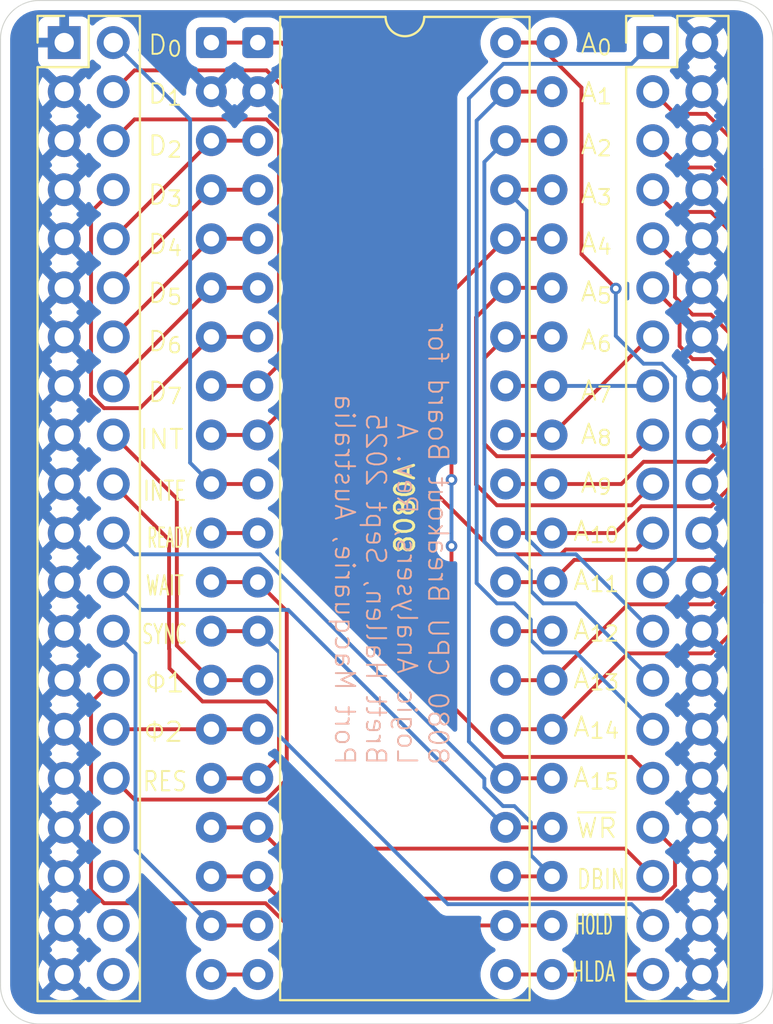
<source format=kicad_pcb>
(kicad_pcb (version 20241229) (generator "pcbnew") (generator_version "9.0")
  (title_block (title "8080 CPU Breakout Board for Logic Analysers") (date "26/SEPT/2025") (rev "A") (company "Brett Hallen") (comment 1 "www.youtube.com/@Brfff"))
  (layers (0 "F.Cu" signal) (2 "B.Cu" signal) (13 "F.Paste" user) (15 "B.Paste" user) (5 "F.SilkS" user "F.Silkscreen") (7 "B.SilkS" user "B.Silkscreen") (1 "F.Mask" user) (3 "B.Mask" user) (25 "Edge.Cuts" user))
  (net 0 "")
  (net 1 "GND")
  (net 2 "~{WR}")
  (net 3 "A_{5}")
  (net 4 "A_{9}")
  (net 5 "A_{1}")
  (net 6 "A_{4}")
  (net 7 "A_{13}")
  (net 8 "A_{0}")
  (net 9 "A_{15}")
  (net 10 "A_{2}")
  (net 11 "A_{6}")
  (net 12 "A_{12}")
  (net 13 "A_{11}")
  (net 14 "A_{3}")
  (net 15 "A_{8}")
  (net 16 "A_{14}")
  (net 17 "A_{7}")
  (net 18 "A_{10}")
  (net 19 "D_{5}")
  (net 20 "D_{0}")
  (net 21 "D_{3}")
  (net 22 "D_{6}")
  (net 23 "D_{2}")
  (net 24 "D_{4}")
  (net 25 "D_{7}")
  (net 26 "D_{1}")
  (net 29 "HLDA")
  (net 30 "DBIN")
  (net 31 "HOLD")
  (net 32 "WAIT")
  (net 33 "Φ2")
  (net 34 "READY")
  (net 35 "INT")
  (net 36 "SYNC")
  (net 37 "Φ1")
  (net 38 "RESET")
  (net 39 "-5V")
  (net 40 "+5V")
  (net 41 "+12V")
  (net 42 "INTE")
  (footprint "Package_DIP:DIP-40_W15.24mm" (layer "F.Cu") (at 74.422 37.68195)
    (property "Reference" "U1" (hide yes))
    (property "Value" "8080A" (at 7.62 24.125 90) (layer "F.SilkS"))
    (fp_line (start 1.16 -1.33) (end 1.16 49.59) (stroke (width 0.12)) (layer "F.SilkS"))
    (fp_line (start 1.16 49.59) (end 14.08 49.59) (stroke (width 0.12)) (layer "F.SilkS"))
    (fp_line (start 6.62 -1.33) (end 1.16 -1.33) (stroke (width 0.12)) (layer "F.SilkS"))
    (fp_line (start 14.08 -1.33) (end 8.62 -1.33) (stroke (width 0.12)) (layer "F.SilkS"))
    (fp_line (start 14.08 49.59) (end 14.08 -1.33) (stroke (width 0.12)) (layer "F.SilkS"))
    (fp_arc (start 8.62 -1.33) (mid 7.62 -0.33) (end 6.62 -1.33) (stroke (width 0.12)) (layer "F.SilkS"))
    (pad "1" thru_hole roundrect (at 0 0) (size 1.6 1.6) (drill 0.8) (layers "*.Cu" "*.Mask") (roundrect_rratio 0.15625) (net 18 "A_{10}"))
    (pad "2" thru_hole circle (at 0 2.54) (size 1.6 1.6) (drill 0.8) (layers "*.Cu" "*.Mask") (net 1 "GND"))
    (pad "3" thru_hole circle (at 0 5.08) (size 1.6 1.6) (drill 0.8) (layers "*.Cu" "*.Mask") (net 24 "D_{4}"))
    (pad "4" thru_hole circle (at 0 7.62) (size 1.6 1.6) (drill 0.8) (layers "*.Cu" "*.Mask") (net 19 "D_{5}"))
    (pad "5" thru_hole circle (at 0 10.16) (size 1.6 1.6) (drill 0.8) (layers "*.Cu" "*.Mask") (net 22 "D_{6}"))
    (pad "6" thru_hole circle (at 0 12.7) (size 1.6 1.6) (drill 0.8) (layers "*.Cu" "*.Mask") (net 25 "D_{7}"))
    (pad "7" thru_hole circle (at 0 15.24) (size 1.6 1.6) (drill 0.8) (layers "*.Cu" "*.Mask") (net 21 "D_{3}"))
    (pad "8" thru_hole circle (at 0 17.78) (size 1.6 1.6) (drill 0.8) (layers "*.Cu" "*.Mask") (net 23 "D_{2}"))
    (pad "9" thru_hole circle (at 0 20.32) (size 1.6 1.6) (drill 0.8) (layers "*.Cu" "*.Mask") (net 26 "D_{1}"))
    (pad "10" thru_hole circle (at 0 22.86) (size 1.6 1.6) (drill 0.8) (layers "*.Cu" "*.Mask") (net 20 "D_{0}"))
    (pad "11" thru_hole circle (at 0 25.4) (size 1.6 1.6) (drill 0.8) (layers "*.Cu" "*.Mask") (net 39 "-5V"))
    (pad "12" thru_hole circle (at 0 27.94) (size 1.6 1.6) (drill 0.8) (layers "*.Cu" "*.Mask") (net 38 "RESET"))
    (pad "13" thru_hole circle (at 0 30.48) (size 1.6 1.6) (drill 0.8) (layers "*.Cu" "*.Mask") (net 31 "HOLD"))
    (pad "14" thru_hole circle (at 0 33.02) (size 1.6 1.6) (drill 0.8) (layers "*.Cu" "*.Mask") (net 35 "INT"))
    (pad "15" thru_hole circle (at 0 35.56) (size 1.6 1.6) (drill 0.8) (layers "*.Cu" "*.Mask") (net 33 "Φ2"))
    (pad "16" thru_hole circle (at 0 38.1) (size 1.6 1.6) (drill 0.8) (layers "*.Cu" "*.Mask") (net 42 "INTE"))
    (pad "17" thru_hole circle (at 0 40.64) (size 1.6 1.6) (drill 0.8) (layers "*.Cu" "*.Mask") (net 30 "DBIN"))
    (pad "18" thru_hole circle (at 0 43.18) (size 1.6 1.6) (drill 0.8) (layers "*.Cu" "*.Mask") (net 2 "~{WR}"))
    (pad "19" thru_hole circle (at 0 45.72) (size 1.6 1.6) (drill 0.8) (layers "*.Cu" "*.Mask") (net 36 "SYNC"))
    (pad "20" thru_hole circle (at 0 48.26) (size 1.6 1.6) (drill 0.8) (layers "*.Cu" "*.Mask") (net 40 "+5V"))
    (pad "21" thru_hole circle (at 15.24 48.26) (size 1.6 1.6) (drill 0.8) (layers "*.Cu" "*.Mask") (net 29 "HLDA"))
    (pad "22" thru_hole circle (at 15.24 45.72) (size 1.6 1.6) (drill 0.8) (layers "*.Cu" "*.Mask") (net 37 "Φ1"))
    (pad "23" thru_hole circle (at 15.24 43.18) (size 1.6 1.6) (drill 0.8) (layers "*.Cu" "*.Mask") (net 34 "READY"))
    (pad "24" thru_hole circle (at 15.24 40.64) (size 1.6 1.6) (drill 0.8) (layers "*.Cu" "*.Mask") (net 32 "WAIT"))
    (pad "25" thru_hole circle (at 15.24 38.1) (size 1.6 1.6) (drill 0.8) (layers "*.Cu" "*.Mask") (net 8 "A_{0}"))
    (pad "26" thru_hole circle (at 15.24 35.56) (size 1.6 1.6) (drill 0.8) (layers "*.Cu" "*.Mask") (net 5 "A_{1}"))
    (pad "27" thru_hole circle (at 15.24 33.02) (size 1.6 1.6) (drill 0.8) (layers "*.Cu" "*.Mask") (net 10 "A_{2}"))
    (pad "28" thru_hole circle (at 15.24 30.48) (size 1.6 1.6) (drill 0.8) (layers "*.Cu" "*.Mask") (net 41 "+12V"))
    (pad "29" thru_hole circle (at 15.24 27.94) (size 1.6 1.6) (drill 0.8) (layers "*.Cu" "*.Mask") (net 14 "A_{3}"))
    (pad "30" thru_hole circle (at 15.24 25.4) (size 1.6 1.6) (drill 0.8) (layers "*.Cu" "*.Mask") (net 6 "A_{4}"))
    (pad "31" thru_hole circle (at 15.24 22.86) (size 1.6 1.6) (drill 0.8) (layers "*.Cu" "*.Mask") (net 3 "A_{5}"))
    (pad "32" thru_hole circle (at 15.24 20.32) (size 1.6 1.6) (drill 0.8) (layers "*.Cu" "*.Mask") (net 11 "A_{6}"))
    (pad "33" thru_hole circle (at 15.24 17.78) (size 1.6 1.6) (drill 0.8) (layers "*.Cu" "*.Mask") (net 17 "A_{7}"))
    (pad "34" thru_hole circle (at 15.24 15.24) (size 1.6 1.6) (drill 0.8) (layers "*.Cu" "*.Mask") (net 15 "A_{8}"))
    (pad "35" thru_hole circle (at 15.24 12.7) (size 1.6 1.6) (drill 0.8) (layers "*.Cu" "*.Mask") (net 4 "A_{9}"))
    (pad "36" thru_hole circle (at 15.24 10.16) (size 1.6 1.6) (drill 0.8) (layers "*.Cu" "*.Mask") (net 9 "A_{15}"))
    (pad "37" thru_hole circle (at 15.24 7.62) (size 1.6 1.6) (drill 0.8) (layers "*.Cu" "*.Mask") (net 12 "A_{12}"))
    (pad "38" thru_hole circle (at 15.24 5.08) (size 1.6 1.6) (drill 0.8) (layers "*.Cu" "*.Mask") (net 7 "A_{13}"))
    (pad "39" thru_hole circle (at 15.24 2.54) (size 1.6 1.6) (drill 0.8) (layers "*.Cu" "*.Mask") (net 16 "A_{14}"))
    (pad "40" thru_hole circle (at 15.24 0) (size 1.6 1.6) (drill 0.8) (layers "*.Cu" "*.Mask") (net 13 "A_{11}"))
  )
  (footprint "Package_DIP:DIP-40_W15.24mm" (layer "F.Cu") (at 72.019 37.68195)
    (property "Reference" "J2" (hide yes))
    (property "Value" "Z80 Socket" (hide yes))
    (pad "1" thru_hole roundrect (at 0 0) (size 1.6 1.6) (drill 0.8) (layers "*.Cu" "*.Mask") (roundrect_rratio 0.15625) (net 18 "A_{10}"))
    (pad "2" thru_hole circle (at 0 2.54) (size 1.6 1.6) (drill 0.8) (layers "*.Cu" "*.Mask") (net 1 "GND"))
    (pad "3" thru_hole circle (at 0 5.08) (size 1.6 1.6) (drill 0.8) (layers "*.Cu" "*.Mask") (net 24 "D_{4}"))
    (pad "4" thru_hole circle (at 0 7.62) (size 1.6 1.6) (drill 0.8) (layers "*.Cu" "*.Mask") (net 19 "D_{5}"))
    (pad "5" thru_hole circle (at 0 10.16) (size 1.6 1.6) (drill 0.8) (layers "*.Cu" "*.Mask") (net 22 "D_{6}"))
    (pad "6" thru_hole circle (at 0 12.7) (size 1.6 1.6) (drill 0.8) (layers "*.Cu" "*.Mask") (net 25 "D_{7}"))
    (pad "7" thru_hole circle (at 0 15.24) (size 1.6 1.6) (drill 0.8) (layers "*.Cu" "*.Mask") (net 21 "D_{3}"))
    (pad "8" thru_hole circle (at 0 17.78) (size 1.6 1.6) (drill 0.8) (layers "*.Cu" "*.Mask") (net 23 "D_{2}"))
    (pad "9" thru_hole circle (at 0 20.32) (size 1.6 1.6) (drill 0.8) (layers "*.Cu" "*.Mask") (net 26 "D_{1}"))
    (pad "10" thru_hole circle (at 0 22.86) (size 1.6 1.6) (drill 0.8) (layers "*.Cu" "*.Mask") (net 20 "D_{0}"))
    (pad "11" thru_hole circle (at 0 25.4) (size 1.6 1.6) (drill 0.8) (layers "*.Cu" "*.Mask") (net 39 "-5V"))
    (pad "12" thru_hole circle (at 0 27.94) (size 1.6 1.6) (drill 0.8) (layers "*.Cu" "*.Mask") (net 38 "RESET"))
    (pad "13" thru_hole circle (at 0 30.48) (size 1.6 1.6) (drill 0.8) (layers "*.Cu" "*.Mask") (net 31 "HOLD"))
    (pad "14" thru_hole circle (at 0 33.02) (size 1.6 1.6) (drill 0.8) (layers "*.Cu" "*.Mask") (net 35 "INT"))
    (pad "15" thru_hole circle (at 0 35.56) (size 1.6 1.6) (drill 0.8) (layers "*.Cu" "*.Mask") (net 33 "Φ2"))
    (pad "16" thru_hole circle (at 0 38.1) (size 1.6 1.6) (drill 0.8) (layers "*.Cu" "*.Mask") (net 42 "INTE"))
    (pad "17" thru_hole circle (at 0 40.64) (size 1.6 1.6) (drill 0.8) (layers "*.Cu" "*.Mask") (net 30 "DBIN"))
    (pad "18" thru_hole circle (at 0 43.18) (size 1.6 1.6) (drill 0.8) (layers "*.Cu" "*.Mask") (net 2 "~{WR}"))
    (pad "19" thru_hole circle (at 0 45.72) (size 1.6 1.6) (drill 0.8) (layers "*.Cu" "*.Mask") (net 36 "SYNC"))
    (pad "20" thru_hole circle (at 0 48.26) (size 1.6 1.6) (drill 0.8) (layers "*.Cu" "*.Mask") (net 40 "+5V"))
    (pad "21" thru_hole circle (at 15.24 48.26) (size 1.6 1.6) (drill 0.8) (layers "*.Cu" "*.Mask") (net 29 "HLDA"))
    (pad "22" thru_hole circle (at 15.24 45.72) (size 1.6 1.6) (drill 0.8) (layers "*.Cu" "*.Mask") (net 37 "Φ1"))
    (pad "23" thru_hole circle (at 15.24 43.18) (size 1.6 1.6) (drill 0.8) (layers "*.Cu" "*.Mask") (net 34 "READY"))
    (pad "24" thru_hole circle (at 15.24 40.64) (size 1.6 1.6) (drill 0.8) (layers "*.Cu" "*.Mask") (net 32 "WAIT"))
    (pad "25" thru_hole circle (at 15.24 38.1) (size 1.6 1.6) (drill 0.8) (layers "*.Cu" "*.Mask") (net 8 "A_{0}"))
    (pad "26" thru_hole circle (at 15.24 35.56) (size 1.6 1.6) (drill 0.8) (layers "*.Cu" "*.Mask") (net 5 "A_{1}"))
    (pad "27" thru_hole circle (at 15.24 33.02) (size 1.6 1.6) (drill 0.8) (layers "*.Cu" "*.Mask") (net 10 "A_{2}"))
    (pad "28" thru_hole circle (at 15.24 30.48) (size 1.6 1.6) (drill 0.8) (layers "*.Cu" "*.Mask") (net 41 "+12V"))
    (pad "29" thru_hole circle (at 15.24 27.94) (size 1.6 1.6) (drill 0.8) (layers "*.Cu" "*.Mask") (net 14 "A_{3}"))
    (pad "30" thru_hole circle (at 15.24 25.4) (size 1.6 1.6) (drill 0.8) (layers "*.Cu" "*.Mask") (net 6 "A_{4}"))
    (pad "31" thru_hole circle (at 15.24 22.86) (size 1.6 1.6) (drill 0.8) (layers "*.Cu" "*.Mask") (net 3 "A_{5}"))
    (pad "32" thru_hole circle (at 15.24 20.32) (size 1.6 1.6) (drill 0.8) (layers "*.Cu" "*.Mask") (net 11 "A_{6}"))
    (pad "33" thru_hole circle (at 15.24 17.78) (size 1.6 1.6) (drill 0.8) (layers "*.Cu" "*.Mask") (net 17 "A_{7}"))
    (pad "34" thru_hole circle (at 15.24 15.24) (size 1.6 1.6) (drill 0.8) (layers "*.Cu" "*.Mask") (net 15 "A_{8}"))
    (pad "35" thru_hole circle (at 15.24 12.7) (size 1.6 1.6) (drill 0.8) (layers "*.Cu" "*.Mask") (net 4 "A_{9}"))
    (pad "36" thru_hole circle (at 15.24 10.16) (size 1.6 1.6) (drill 0.8) (layers "*.Cu" "*.Mask") (net 9 "A_{15}"))
    (pad "37" thru_hole circle (at 15.24 7.62) (size 1.6 1.6) (drill 0.8) (layers "*.Cu" "*.Mask") (net 12 "A_{12}"))
    (pad "38" thru_hole circle (at 15.24 5.08) (size 1.6 1.6) (drill 0.8) (layers "*.Cu" "*.Mask") (net 7 "A_{13}"))
    (pad "39" thru_hole circle (at 15.24 2.54) (size 1.6 1.6) (drill 0.8) (layers "*.Cu" "*.Mask") (net 16 "A_{14}"))
    (pad "40" thru_hole circle (at 15.24 0) (size 1.6 1.6) (drill 0.8) (layers "*.Cu" "*.Mask") (net 13 "A_{11}"))
  )
  (footprint "Connector_PinHeader_2.54mm:PinHeader_2x20_P2.54mm_Vertical" (layer "F.Cu") (at 64.399 37.68195)
    (property "Reference" "J3" (hide yes))
    (property "Value" "Logic Analyser #2" (hide yes))
    (fp_line (start -1.38 -1.38) (end 0 -1.38) (stroke (width 0.12)) (layer "F.SilkS"))
    (fp_line (start -1.38 0) (end -1.38 -1.38) (stroke (width 0.12)) (layer "F.SilkS"))
    (fp_line (start -1.38 1.27) (end -1.38 49.64) (stroke (width 0.12)) (layer "F.SilkS"))
    (fp_line (start -1.38 1.27) (end 1.27 1.27) (stroke (width 0.12)) (layer "F.SilkS"))
    (fp_line (start -1.38 49.64) (end 3.92 49.64) (stroke (width 0.12)) (layer "F.SilkS"))
    (fp_line (start 1.27 -1.38) (end 3.92 -1.38) (stroke (width 0.12)) (layer "F.SilkS"))
    (fp_line (start 1.27 1.27) (end 1.27 -1.38) (stroke (width 0.12)) (layer "F.SilkS"))
    (fp_line (start 3.92 -1.38) (end 3.92 49.64) (stroke (width 0.12)) (layer "F.SilkS"))
    (pad "1" thru_hole rect (at 0 0) (size 1.7 1.7) (drill 1) (layers "*.Cu" "*.Mask") (net 1 "GND"))
    (pad "2" thru_hole circle (at 2.54 0) (size 1.7 1.7) (drill 1) (layers "*.Cu" "*.Mask") (net 20 "D_{0}"))
    (pad "3" thru_hole circle (at 0 2.54) (size 1.7 1.7) (drill 1) (layers "*.Cu" "*.Mask") (net 1 "GND"))
    (pad "4" thru_hole circle (at 2.54 2.54) (size 1.7 1.7) (drill 1) (layers "*.Cu" "*.Mask") (net 26 "D_{1}"))
    (pad "5" thru_hole circle (at 0 5.08) (size 1.7 1.7) (drill 1) (layers "*.Cu" "*.Mask") (net 1 "GND"))
    (pad "6" thru_hole circle (at 2.54 5.08) (size 1.7 1.7) (drill 1) (layers "*.Cu" "*.Mask") (net 23 "D_{2}"))
    (pad "7" thru_hole circle (at 0 7.62) (size 1.7 1.7) (drill 1) (layers "*.Cu" "*.Mask") (net 1 "GND"))
    (pad "8" thru_hole circle (at 2.54 7.62) (size 1.7 1.7) (drill 1) (layers "*.Cu" "*.Mask") (net 21 "D_{3}"))
    (pad "9" thru_hole circle (at 0 10.16) (size 1.7 1.7) (drill 1) (layers "*.Cu" "*.Mask") (net 1 "GND"))
    (pad "10" thru_hole circle (at 2.54 10.16) (size 1.7 1.7) (drill 1) (layers "*.Cu" "*.Mask") (net 24 "D_{4}"))
    (pad "11" thru_hole circle (at 0 12.7) (size 1.7 1.7) (drill 1) (layers "*.Cu" "*.Mask") (net 1 "GND"))
    (pad "12" thru_hole circle (at 2.54 12.7) (size 1.7 1.7) (drill 1) (layers "*.Cu" "*.Mask") (net 19 "D_{5}"))
    (pad "13" thru_hole circle (at 0 15.24) (size 1.7 1.7) (drill 1) (layers "*.Cu" "*.Mask") (net 1 "GND"))
    (pad "14" thru_hole circle (at 2.54 15.24) (size 1.7 1.7) (drill 1) (layers "*.Cu" "*.Mask") (net 22 "D_{6}"))
    (pad "15" thru_hole circle (at 0 17.78) (size 1.7 1.7) (drill 1) (layers "*.Cu" "*.Mask") (net 1 "GND"))
    (pad "16" thru_hole circle (at 2.54 17.78) (size 1.7 1.7) (drill 1) (layers "*.Cu" "*.Mask") (net 25 "D_{7}"))
    (pad "17" thru_hole circle (at 0 20.32) (size 1.7 1.7) (drill 1) (layers "*.Cu" "*.Mask") (net 1 "GND"))
    (pad "18" thru_hole circle (at 2.54 20.32) (size 1.7 1.7) (drill 1) (layers "*.Cu" "*.Mask") (net 35 "INT"))
    (pad "19" thru_hole circle (at 0 22.86) (size 1.7 1.7) (drill 1) (layers "*.Cu" "*.Mask") (net 1 "GND"))
    (pad "20" thru_hole circle (at 2.54 22.86) (size 1.7 1.7) (drill 1) (layers "*.Cu" "*.Mask") (net 42 "INTE"))
    (pad "21" thru_hole circle (at 0 25.4) (size 1.7 1.7) (drill 1) (layers "*.Cu" "*.Mask") (net 1 "GND"))
    (pad "22" thru_hole circle (at 2.54 25.4) (size 1.7 1.7) (drill 1) (layers "*.Cu" "*.Mask") (net 34 "READY"))
    (pad "23" thru_hole circle (at 0 27.94) (size 1.7 1.7) (drill 1) (layers "*.Cu" "*.Mask") (net 1 "GND"))
    (pad "24" thru_hole circle (at 2.54 27.94) (size 1.7 1.7) (drill 1) (layers "*.Cu" "*.Mask") (net 32 "WAIT"))
    (pad "25" thru_hole circle (at 0 30.48) (size 1.7 1.7) (drill 1) (layers "*.Cu" "*.Mask") (net 1 "GND"))
    (pad "26" thru_hole circle (at 2.54 30.48) (size 1.7 1.7) (drill 1) (layers "*.Cu" "*.Mask") (net 36 "SYNC"))
    (pad "27" thru_hole circle (at 0 33.02) (size 1.7 1.7) (drill 1) (layers "*.Cu" "*.Mask") (net 1 "GND"))
    (pad "28" thru_hole circle (at 2.54 33.02) (size 1.7 1.7) (drill 1) (layers "*.Cu" "*.Mask") (net 37 "Φ1"))
    (pad "29" thru_hole circle (at 0 35.56) (size 1.7 1.7) (drill 1) (layers "*.Cu" "*.Mask") (net 1 "GND"))
    (pad "30" thru_hole circle (at 2.54 35.56) (size 1.7 1.7) (drill 1) (layers "*.Cu" "*.Mask") (net 33 "Φ2"))
    (pad "31" thru_hole circle (at 0 38.1) (size 1.7 1.7) (drill 1) (layers "*.Cu" "*.Mask") (net 1 "GND"))
    (pad "32" thru_hole circle (at 2.54 38.1) (size 1.7 1.7) (drill 1) (layers "*.Cu" "*.Mask") (net 38 "RESET"))
    (pad "33" thru_hole circle (at 0 40.64) (size 1.7 1.7) (drill 1) (layers "*.Cu" "*.Mask") (net 1 "GND"))
    (pad "34" thru_hole circle (at 2.54 40.64) (size 1.7 1.7) (drill 1) (layers "*.Cu" "*.Mask"))
    (pad "35" thru_hole circle (at 0 43.18) (size 1.7 1.7) (drill 1) (layers "*.Cu" "*.Mask") (net 1 "GND"))
    (pad "36" thru_hole circle (at 2.54 43.18) (size 1.7 1.7) (drill 1) (layers "*.Cu" "*.Mask"))
    (pad "37" thru_hole circle (at 0 45.72) (size 1.7 1.7) (drill 1) (layers "*.Cu" "*.Mask") (net 1 "GND"))
    (pad "38" thru_hole circle (at 2.54 45.72) (size 1.7 1.7) (drill 1) (layers "*.Cu" "*.Mask"))
    (pad "39" thru_hole circle (at 0 48.26) (size 1.7 1.7) (drill 1) (layers "*.Cu" "*.Mask") (net 1 "GND"))
    (pad "40" thru_hole circle (at 2.54 48.26) (size 1.7 1.7) (drill 1) (layers "*.Cu" "*.Mask"))
  )
  (footprint "Connector_PinHeader_2.54mm:PinHeader_2x20_P2.54mm_Vertical" (layer "F.Cu") (at 94.879 37.68195)
    (property "Reference" "J1" (hide yes))
    (property "Value" "Logic Analyser #1" (hide yes))
    (fp_line (start -1.38 -1.38) (end 0 -1.38) (stroke (width 0.12)) (layer "F.SilkS"))
    (fp_line (start -1.38 0) (end -1.38 -1.38) (stroke (width 0.12)) (layer "F.SilkS"))
    (fp_line (start -1.38 1.27) (end -1.38 49.64) (stroke (width 0.12)) (layer "F.SilkS"))
    (fp_line (start -1.38 1.27) (end 1.27 1.27) (stroke (width 0.12)) (layer "F.SilkS"))
    (fp_line (start -1.38 49.64) (end 3.92 49.64) (stroke (width 0.12)) (layer "F.SilkS"))
    (fp_line (start 1.27 -1.38) (end 3.92 -1.38) (stroke (width 0.12)) (layer "F.SilkS"))
    (fp_line (start 1.27 1.27) (end 1.27 -1.38) (stroke (width 0.12)) (layer "F.SilkS"))
    (fp_line (start 3.92 -1.38) (end 3.92 49.64) (stroke (width 0.12)) (layer "F.SilkS"))
    (pad "1" thru_hole rect (at 0 0) (size 1.7 1.7) (drill 1) (layers "*.Cu" "*.Mask") (net 8 "A_{0}"))
    (pad "2" thru_hole circle (at 2.54 0) (size 1.7 1.7) (drill 1) (layers "*.Cu" "*.Mask") (net 1 "GND"))
    (pad "3" thru_hole circle (at 0 2.54) (size 1.7 1.7) (drill 1) (layers "*.Cu" "*.Mask") (net 5 "A_{1}"))
    (pad "4" thru_hole circle (at 2.54 2.54) (size 1.7 1.7) (drill 1) (layers "*.Cu" "*.Mask") (net 1 "GND"))
    (pad "5" thru_hole circle (at 0 5.08) (size 1.7 1.7) (drill 1) (layers "*.Cu" "*.Mask") (net 10 "A_{2}"))
    (pad "6" thru_hole circle (at 2.54 5.08) (size 1.7 1.7) (drill 1) (layers "*.Cu" "*.Mask") (net 1 "GND"))
    (pad "7" thru_hole circle (at 0 7.62) (size 1.7 1.7) (drill 1) (layers "*.Cu" "*.Mask") (net 14 "A_{3}"))
    (pad "8" thru_hole circle (at 2.54 7.62) (size 1.7 1.7) (drill 1) (layers "*.Cu" "*.Mask") (net 1 "GND"))
    (pad "9" thru_hole circle (at 0 10.16) (size 1.7 1.7) (drill 1) (layers "*.Cu" "*.Mask") (net 6 "A_{4}"))
    (pad "10" thru_hole circle (at 2.54 10.16) (size 1.7 1.7) (drill 1) (layers "*.Cu" "*.Mask") (net 1 "GND"))
    (pad "11" thru_hole circle (at 0 12.7) (size 1.7 1.7) (drill 1) (layers "*.Cu" "*.Mask") (net 3 "A_{5}"))
    (pad "12" thru_hole circle (at 2.54 12.7) (size 1.7 1.7) (drill 1) (layers "*.Cu" "*.Mask") (net 1 "GND"))
    (pad "13" thru_hole circle (at 0 15.24) (size 1.7 1.7) (drill 1) (layers "*.Cu" "*.Mask") (net 11 "A_{6}"))
    (pad "14" thru_hole circle (at 2.54 15.24) (size 1.7 1.7) (drill 1) (layers "*.Cu" "*.Mask") (net 1 "GND"))
    (pad "15" thru_hole circle (at 0 17.78) (size 1.7 1.7) (drill 1) (layers "*.Cu" "*.Mask") (net 17 "A_{7}"))
    (pad "16" thru_hole circle (at 2.54 17.78) (size 1.7 1.7) (drill 1) (layers "*.Cu" "*.Mask") (net 1 "GND"))
    (pad "17" thru_hole circle (at 0 20.32) (size 1.7 1.7) (drill 1) (layers "*.Cu" "*.Mask") (net 15 "A_{8}"))
    (pad "18" thru_hole circle (at 2.54 20.32) (size 1.7 1.7) (drill 1) (layers "*.Cu" "*.Mask") (net 1 "GND"))
    (pad "19" thru_hole circle (at 0 22.86) (size 1.7 1.7) (drill 1) (layers "*.Cu" "*.Mask") (net 4 "A_{9}"))
    (pad "20" thru_hole circle (at 2.54 22.86) (size 1.7 1.7) (drill 1) (layers "*.Cu" "*.Mask") (net 1 "GND"))
    (pad "21" thru_hole circle (at 0 25.4) (size 1.7 1.7) (drill 1) (layers "*.Cu" "*.Mask") (net 18 "A_{10}"))
    (pad "22" thru_hole circle (at 2.54 25.4) (size 1.7 1.7) (drill 1) (layers "*.Cu" "*.Mask") (net 1 "GND"))
    (pad "23" thru_hole circle (at 0 27.94) (size 1.7 1.7) (drill 1) (layers "*.Cu" "*.Mask") (net 13 "A_{11}"))
    (pad "24" thru_hole circle (at 2.54 27.94) (size 1.7 1.7) (drill 1) (layers "*.Cu" "*.Mask") (net 1 "GND"))
    (pad "25" thru_hole circle (at 0 30.48) (size 1.7 1.7) (drill 1) (layers "*.Cu" "*.Mask") (net 12 "A_{12}"))
    (pad "26" thru_hole circle (at 2.54 30.48) (size 1.7 1.7) (drill 1) (layers "*.Cu" "*.Mask") (net 1 "GND"))
    (pad "27" thru_hole circle (at 0 33.02) (size 1.7 1.7) (drill 1) (layers "*.Cu" "*.Mask") (net 7 "A_{13}"))
    (pad "28" thru_hole circle (at 2.54 33.02) (size 1.7 1.7) (drill 1) (layers "*.Cu" "*.Mask") (net 1 "GND"))
    (pad "29" thru_hole circle (at 0 35.56) (size 1.7 1.7) (drill 1) (layers "*.Cu" "*.Mask") (net 16 "A_{14}"))
    (pad "30" thru_hole circle (at 2.54 35.56) (size 1.7 1.7) (drill 1) (layers "*.Cu" "*.Mask") (net 1 "GND"))
    (pad "31" thru_hole circle (at 0 38.1) (size 1.7 1.7) (drill 1) (layers "*.Cu" "*.Mask") (net 9 "A_{15}"))
    (pad "32" thru_hole circle (at 2.54 38.1) (size 1.7 1.7) (drill 1) (layers "*.Cu" "*.Mask") (net 1 "GND"))
    (pad "33" thru_hole circle (at 0 40.64) (size 1.7 1.7) (drill 1) (layers "*.Cu" "*.Mask") (net 2 "~{WR}"))
    (pad "34" thru_hole circle (at 2.54 40.64) (size 1.7 1.7) (drill 1) (layers "*.Cu" "*.Mask") (net 1 "GND"))
    (pad "35" thru_hole circle (at 0 43.18) (size 1.7 1.7) (drill 1) (layers "*.Cu" "*.Mask") (net 30 "DBIN"))
    (pad "36" thru_hole circle (at 2.54 43.18) (size 1.7 1.7) (drill 1) (layers "*.Cu" "*.Mask") (net 1 "GND"))
    (pad "37" thru_hole circle (at 0 45.72) (size 1.7 1.7) (drill 1) (layers "*.Cu" "*.Mask") (net 31 "HOLD"))
    (pad "38" thru_hole circle (at 2.54 45.72) (size 1.7 1.7) (drill 1) (layers "*.Cu" "*.Mask") (net 1 "GND"))
    (pad "39" thru_hole circle (at 0 48.26) (size 1.7 1.7) (drill 1) (layers "*.Cu" "*.Mask") (net 29 "HLDA"))
    (pad "40" thru_hole circle (at 2.54 48.26) (size 1.7 1.7) (drill 1) (layers "*.Cu" "*.Mask") (net 1 "GND"))
  )
  (gr_line (start 63.099 35.50195) (end 99.099 35.50195) (stroke (width 0.05)) (layer "Edge.Cuts"))
  (gr_arc (start 99.099 35.50195) (mid 100.513214 36.087736) (end 101.099 37.50195) (stroke (width 0.05)) (layer "Edge.Cuts"))
  (gr_arc (start 63.099 88.50195) (mid 61.684786 87.916164) (end 61.099 86.50195) (stroke (width 0.05)) (layer "Edge.Cuts"))
  (gr_line (start 101.099 37.50195) (end 101.099 86.50195) (stroke (width 0.05)) (layer "Edge.Cuts"))
  (gr_arc (start 61.099 37.50195) (mid 61.684786 36.087736) (end 63.099 35.50195) (stroke (width 0.05)) (layer "Edge.Cuts"))
  (gr_arc (start 101.099 86.50195) (mid 100.513214 87.916164) (end 99.099 88.50195) (stroke (width 0.05)) (layer "Edge.Cuts"))
  (gr_line (start 99.099 88.50195) (end 63.099 88.50195) (stroke (width 0.05)) (layer "Edge.Cuts"))
  (gr_line (start 61.099 86.50195) (end 61.099 37.50195) (stroke (width 0.05)) (layer "Edge.Cuts"))
  (gr_text "D_{1}" (at 68.670905 40.92195 0) (layer "F.SilkS") (effects (font (size 1 1) (thickness 0.1)) (justify left bottom)))
  (gr_text "A_{2}" (at 91.070904 43.54195 0) (layer "F.SilkS") (effects (font (size 1 1) (thickness 0.1)) (justify left bottom)))
  (gr_text "A_{15}" (at 90.689952 76.33195 0) (layer "F.SilkS") (effects (font (size 1 1) (thickness 0.1)) (justify left bottom)))
  (gr_text "INT" (at 68.238524 58.81195 0) (layer "F.SilkS") (effects (font (size 1 1) (thickness 0.1)) (justify left bottom)))
  (gr_text "Φ1" (at 68.560429 71.41195 0) (layer "F.SilkS") (effects (font (size 1 1) (thickness 0.1)) (justify left bottom)))
  (gr_text "~{WR}" (at 90.829 78.95195 0) (layer "F.SilkS") (effects (font (size 1 1) (thickness 0.1)) (justify left bottom)))
  (gr_text "A_{12}" (at 90.689952 68.67195 0) (layer "F.SilkS") (effects (font (size 1 1) (thickness 0.1)) (justify left bottom)))
  (gr_text "D_{4}" (at 68.670905 48.71195 0) (layer "F.SilkS") (effects (font (size 1 1) (thickness 0.1)) (justify left bottom)))
  (gr_text "A_{9}" (at 91.070904 61.075293 0) (layer "F.SilkS") (effects (font (size 1 1) (thickness 0.1)) (justify left bottom)))
  (gr_text "A_{5}" (at 91.070904 51.17195 0) (layer "F.SilkS") (effects (font (size 1 1) (thickness 0.1)) (justify left bottom)))
  (gr_text "A_{7}" (at 91.070904 56.30195 0) (layer "F.SilkS") (effects (font (size 1 1) (thickness 0.1)) (justify left bottom)))
  (gr_text "A_{10}" (at 90.689952 63.57195 0) (layer "F.SilkS") (effects (font (size 1 1) (thickness 0.1)) (justify left bottom)))
  (gr_text "D_{7}" (at 68.670905 56.37195 0) (layer "F.SilkS") (effects (font (size 1 1) (thickness 0.1)) (justify left bottom)))
  (gr_text "A_{8}" (at 91.070904 58.545293 0) (layer "F.SilkS") (effects (font (size 1 1) (thickness 0.1)) (justify left bottom)))
  (gr_text "D_{0}" (at 68.670905 38.39195 0) (layer "F.SilkS") (effects (font (size 1 1) (thickness 0.1)) (justify left bottom)))
  (gr_text "A_{14}" (at 90.689952 73.70195 0) (layer "F.SilkS") (effects (font (size 1 1) (thickness 0.1)) (justify left bottom)))
  (gr_text "A_{0}" (at 91.070904 38.32195 0) (layer "F.SilkS") (effects (font (size 1 1) (thickness 0.1)) (justify left bottom)))
  (gr_text "RES" (at 68.409 76.53195 0) (layer "F.SilkS") (effects (font (size 1 0.8) (thickness 0.1)) (justify left bottom)))
  (gr_text "A_{6}" (at 91.070904 53.67195 0) (layer "F.SilkS") (effects (font (size 1 1) (thickness 0.1)) (justify left bottom)))
  (gr_text "A_{13}" (at 90.689952 71.20195 0) (layer "F.SilkS") (effects (font (size 1 1) (thickness 0.1)) (justify left bottom)))
  (gr_text "D_{6}" (at 68.670905 53.74195 0) (layer "F.SilkS") (effects (font (size 1 1) (thickness 0.1)) (justify left bottom)))
  (gr_text "Φ2" (at 68.489 73.97195 0) (layer "F.SilkS") (effects (font (size 1 1) (thickness 0.1)) (justify left bottom)))
  (gr_text "HLDA" (at 90.631857 86.39195 0) (layer "F.SilkS") (effects (font (size 1 0.6) (thickness 0.1)) (justify left bottom)))
  (gr_text "INTE" (at 68.429 61.49195 0) (layer "F.SilkS") (effects (font (size 1 0.7) (thickness 0.1)) (justify left bottom)))
  (gr_text "D_{5}" (at 68.670905 51.24195 0) (layer "F.SilkS") (effects (font (size 1 1) (thickness 0.1)) (justify left bottom)))
  (gr_text "D_{3}" (at 68.670905 46.15195 0) (layer "F.SilkS") (effects (font (size 1 1) (thickness 0.1)) (justify left bottom)))
  (gr_text "SYNC" (at 68.374714 68.91195 0) (layer "F.SilkS") (effects (font (size 1 0.6) (thickness 0.1)) (justify left bottom)))
  (gr_text "DBIN" (at 90.900428 81.60195 0) (layer "F.SilkS") (effects (font (size 1 0.7) (thickness 0.1)) (justify left bottom)))
  (gr_text "A_{11}" (at 90.689952 66.11195 0) (layer "F.SilkS") (effects (font (size 1 1) (thickness 0.1)) (justify left bottom)))
  (gr_text "HOLD" (at 90.789 83.95195 0) (layer "F.SilkS") (effects (font (size 1 0.5) (thickness 0.1)) (justify left bottom)))
  (gr_text "WAIT" (at 68.571857 66.39195 0) (layer "F.SilkS") (effects (font (size 1 0.6) (thickness 0.1)) (justify left bottom)))
  (gr_text "READY" (at 68.643286 63.92195 0) (layer "F.SilkS") (effects (font (size 1 0.5) (thickness 0.1)) (justify left bottom)))
  (gr_text "A_{1}" (at 91.070904 40.85195 0) (layer "F.SilkS") (effects (font (size 1 1) (thickness 0.1)) (justify left bottom)))
  (gr_text "A_{4}" (at 91.070904 48.64195 0) (layer "F.SilkS") (effects (font (size 1 1) (thickness 0.1)) (justify left bottom)))
  (gr_text "A_{3}" (at 91.070904 46.08195 0) (layer "F.SilkS") (effects (font (size 1 1) (thickness 0.1)) (justify left bottom)))
  (gr_text "D_{2}" (at 68.670905 43.61195 0) (layer "F.SilkS") (effects (font (size 1 1) (thickness 0.1)) (justify left bottom)))
  (gr_text "8080 CPU Breakout Board for\nLogic Analysers, Rev. A\nBrett Hallen, Sept 2025\nPort Macquarie, Australia" (at 78.339 75.16195 270) (layer "B.SilkS") (effects (font (size 1 1) (thickness 0.1)) (justify left bottom mirror)))
  (segment (start 96.03 79.47295) (end 94.879 78.32195) (width 0.2) (layer "F.Cu") (net 2))
  (segment (start 75.573 82.01295) (end 95.35576 82.01295) (width 0.2) (layer "F.Cu") (net 2))
  (segment (start 96.03 81.33871) (end 96.03 79.47295) (width 0.2) (layer "F.Cu") (net 2))
  (segment (start 95.35576 82.01295) (end 96.03 81.33871) (width 0.2) (layer "F.Cu") (net 2))
  (segment (start 74.422 80.86195) (end 75.573 82.01295) (width 0.2) (layer "F.Cu") (net 2))
  (segment (start 72.019 80.86195) (end 74.422 80.86195) (width 0.2) (layer "F.Cu") (net 2))
  (segment (start 96.94224 54.07295) (end 96.268 53.39871) (width 0.2) (layer "F.Cu") (net 3))
  (segment (start 98.57 58.47871) (end 98.57 54.74719) (width 0.2) (layer "F.Cu") (net 3))
  (segment (start 93.25124 60.54195) (end 94.40224 59.39095) (width 0.2) (layer "F.Cu") (net 3))
  (segment (start 94.40224 59.39095) (end 97.65776 59.39095) (width 0.2) (layer "F.Cu") (net 3))
  (segment (start 97.89576 54.07295) (end 96.94224 54.07295) (width 0.2) (layer "F.Cu") (net 3))
  (segment (start 89.662 60.54195) (end 93.25124 60.54195) (width 0.2) (layer "F.Cu") (net 3))
  (segment (start 87.259 60.54195) (end 89.662 60.54195) (width 0.2) (layer "F.Cu") (net 3))
  (segment (start 98.57 54.74719) (end 97.89576 54.07295) (width 0.2) (layer "F.Cu") (net 3))
  (segment (start 96.268 51.77095) (end 94.879 50.38195) (width 0.2) (layer "F.Cu") (net 3))
  (segment (start 97.65776 59.39095) (end 98.57 58.47871) (width 0.2) (layer "F.Cu") (net 3))
  (segment (start 96.268 53.39871) (end 96.268 51.77095) (width 0.2) (layer "F.Cu") (net 3))
  (segment (start 93.778 61.64295) (end 94.879 60.54195) (width 0.2) (layer "F.Cu") (net 4))
  (segment (start 85.725 51.91595) (end 85.725 60.565) (width 0.2) (layer "F.Cu") (net 4))
  (segment (start 87.259 50.38195) (end 85.725 51.91595) (width 0.2) (layer "F.Cu") (net 4))
  (segment (start 87.259 50.38195) (end 89.662 50.38195) (width 0.2) (layer "F.Cu") (net 4))
  (segment (start 86.80295 61.64295) (end 93.778 61.64295) (width 0.2) (layer "F.Cu") (net 4))
  (segment (start 85.725 60.565) (end 86.80295 61.64295) (width 0.2) (layer "F.Cu") (net 4))
  (segment (start 96.03 41.37295) (end 94.879 40.22195) (width 0.2) (layer "F.Cu") (net 5))
  (segment (start 100.498 66.71071) (end 100.498 44.21319) (width 0.2) (layer "F.Cu") (net 5))
  (segment (start 97.65776 41.37295) (end 96.03 41.37295) (width 0.2) (layer "F.Cu") (net 5))
  (segment (start 100.498 44.21319) (end 97.65776 41.37295) (width 0.2) (layer "F.Cu") (net 5))
  (segment (start 93.591 69.31295) (end 97.89576 69.31295) (width 0.2) (layer "F.Cu") (net 5))
  (segment (start 97.89576 69.31295) (end 100.498 66.71071) (width 0.2) (layer "F.Cu") (net 5))
  (segment (start 87.259 73.24195) (end 89.662 73.24195) (width 0.2) (layer "F.Cu") (net 5))
  (segment (start 89.662 73.24195) (end 93.591 69.31295) (width 0.2) (layer "F.Cu") (net 5))
  (segment (start 94.2951 61.69295) (end 97.89576 61.69295) (width 0.2) (layer "F.Cu") (net 6))
  (segment (start 96.94224 51.77095) (end 96.03 50.85871) (width 0.2) (layer "F.Cu") (net 6))
  (segment (start 97.89576 61.69295) (end 98.971 60.61771) (width 0.2) (layer "F.Cu") (net 6))
  (segment (start 98.971 52.84619) (end 97.89576 51.77095) (width 0.2) (layer "F.Cu") (net 6))
  (segment (start 87.259 63.08195) (end 89.662 63.08195) (width 0.2) (layer "F.Cu") (net 6))
  (segment (start 92.9061 63.08195) (end 94.2951 61.69295) (width 0.2) (layer "F.Cu") (net 6))
  (segment (start 98.971 60.61771) (end 98.971 52.84619) (width 0.2) (layer "F.Cu") (net 6))
  (segment (start 96.03 48.99295) (end 94.879 47.84195) (width 0.2) (layer "F.Cu") (net 6))
  (segment (start 96.03 50.85871) (end 96.03 48.99295) (width 0.2) (layer "F.Cu") (net 6))
  (segment (start 89.662 63.08195) (end 92.9061 63.08195) (width 0.2) (layer "F.Cu") (net 6))
  (segment (start 97.89576 51.77095) (end 96.94224 51.77095) (width 0.2) (layer "F.Cu") (net 6))
  (segment (start 87.259 42.76195) (end 89.662 42.76195) (width 0.2) (layer "F.Cu") (net 7))
  (segment (start 86.158 63.538) (end 86.158 43.86295) (width 0.2) (layer "B.Cu") (net 7))
  (segment (start 88.561 66.078) (end 88.561 65.0289) (width 0.2) (layer "B.Cu") (net 7))
  (segment (start 87.71505 64.18295) (end 86.80295 64.18295) (width 0.2) (layer "B.Cu") (net 7))
  (segment (start 86.80295 64.18295) (end 86.158 63.538) (width 0.2) (layer "B.Cu") (net 7))
  (segment (start 86.158 43.86295) (end 87.259 42.76195) (width 0.2) (layer "B.Cu") (net 7))
  (segment (start 88.561 65.0289) (end 87.71505 64.18295) (width 0.2) (layer "B.Cu") (net 7))
  (segment (start 94.879 70.70195) (end 90.9 66.72295) (width 0.2) (layer "B.Cu") (net 7))
  (segment (start 90.9 66.72295) (end 89.20595 66.72295) (width 0.2) (layer "B.Cu") (net 7))
  (segment (start 89.20595 66.72295) (end 88.561 66.078) (width 0.2) (layer "B.Cu") (net 7))
  (segment (start 87.259 75.78195) (end 89.662 75.78195) (width 0.2) (layer "F.Cu") (net 8))
  (segment (start 85.356 73.87895) (end 85.356 40.5679) (width 0.2) (layer "B.Cu") (net 8))
  (segment (start 85.356 40.5679) (end 87.14095 38.78295) (width 0.2) (layer "B.Cu") (net 8))
  (segment (start 93.778 38.78295) (end 94.879 37.68195) (width 0.2) (layer "B.Cu") (net 8))
  (segment (start 87.14095 38.78295) (end 93.778 38.78295) (width 0.2) (layer "B.Cu") (net 8))
  (segment (start 87.259 75.78195) (end 85.356 73.87895) (width 0.2) (layer "B.Cu") (net 8))
  (segment (start 87.259 47.84195) (end 84.455 50.64595) (width 0.2) (layer "F.Cu") (net 9))
  (segment (start 87.136 74.676) (end 93.77305 74.676) (width 0.2) (layer "F.Cu") (net 9))
  (segment (start 84.455 71.995) (end 87.136 74.676) (width 0.2) (layer "F.Cu") (net 9))
  (segment (start 84.455 63.754) (end 84.455 71.995) (width 0.2) (layer "F.Cu") (net 9))
  (segment (start 93.77305 74.676) (end 94.879 75.78195) (width 0.2) (layer "F.Cu") (net 9))
  (segment (start 87.259 47.84195) (end 89.662 47.84195) (width 0.2) (layer "F.Cu") (net 9))
  (segment (start 84.455 50.64595) (end 84.455 60.325) (width 0.2) (layer "F.Cu") (net 9))
  (via (at 84.455 60.325) (size 0.6) (drill 0.3) (layers "F.Cu" "B.Cu") (net 9))
  (via (at 84.455 63.754) (size 0.6) (drill 0.3) (layers "F.Cu" "B.Cu") (net 9))
  (segment (start 84.455 60.325) (end 84.455 63.754) (width 0.2) (layer "B.Cu") (net 9))
  (segment (start 93.565 50.170057) (end 93.565 50.93371) (width 0.2) (layer "B.Cu") (net 9))
  (segment (start 100.076 64.59271) (end 100.076 46.33119) (width 0.2) (layer "F.Cu") (net 10))
  (segment (start 97.89576 66.77295) (end 100.076 64.59271) (width 0.2) (layer "F.Cu") (net 10))
  (segment (start 96.268 44.15095) (end 94.879 42.76195) (width 0.2) (layer "F.Cu") (net 10))
  (segment (start 97.89576 44.15095) (end 96.268 44.15095) (width 0.2) (layer "F.Cu") (net 10))
  (segment (start 100.076 46.33119) (end 97.89576 44.15095) (width 0.2) (layer "F.Cu") (net 10))
  (segment (start 87.259 70.70195) (end 89.662 70.70195) (width 0.2) (layer "F.Cu") (net 10))
  (segment (start 89.662 70.70195) (end 93.591 66.77295) (width 0.2) (layer "F.Cu") (net 10))
  (segment (start 93.591 66.77295) (end 97.89576 66.77295) (width 0.2) (layer "F.Cu") (net 10))
  (segment (start 89.662 58.00195) (end 94.742 52.92195) (width 0.2) (layer "F.Cu") (net 11))
  (segment (start 87.259 58.00195) (end 89.662 58.00195) (width 0.2) (layer "F.Cu") (net 11))
  (segment (start 94.742 52.92195) (end 94.879 52.92195) (width 0.2) (layer "F.Cu") (net 11))
  (segment (start 87.259 45.30195) (end 89.662 45.30195) (width 0.2) (layer "F.Cu") (net 12))
  (segment (start 89.20595 64.18295) (end 88.36 63.337) (width 0.2) (layer "B.Cu") (net 12))
  (segment (start 94.879 68.16195) (end 90.9 64.18295) (width 0.2) (layer "B.Cu") (net 12))
  (segment (start 90.9 64.18295) (end 89.20595 64.18295) (width 0.2) (layer "B.Cu") (net 12))
  (segment (start 88.36 63.337) (end 88.36 46.40295) (width 0.2) (layer "B.Cu") (net 12))
  (segment (start 88.36 46.40295) (end 87.259 45.30195) (width 0.2) (layer "B.Cu") (net 12))
  (segment (start 87.259 37.68195) (end 89.662 37.68195) (width 0.2) (layer "F.Cu") (net 13))
  (segment (start 88.858998 37.68195) (end 91.186 40.008952) (width 0.2) (layer "F.Cu") (net 13))
  (segment (start 87.259 37.68195) (end 88.858998 37.68195) (width 0.2) (layer "F.Cu") (net 13))
  (segment (start 91.186 48.641) (end 92.964 50.419) (width 0.2) (layer "F.Cu") (net 13))
  (segment (start 91.186 40.008952) (end 91.186 48.641) (width 0.2) (layer "F.Cu") (net 13))
  (via (at 92.964 50.419) (size 0.6) (drill 0.3) (layers "F.Cu" "B.Cu") (net 13))
  (segment (start 92.964 52.87271) (end 94.40224 54.31095) (width 0.2) (layer "B.Cu") (net 13))
  (segment (start 94.40224 54.31095) (end 95.35576 54.31095) (width 0.2) (layer "B.Cu") (net 13))
  (segment (start 92.964 50.419) (end 92.964 52.87271) (width 0.2) (layer "B.Cu") (net 13))
  (segment (start 95.35576 54.31095) (end 96.03 54.98519) (width 0.2) (layer "B.Cu") (net 13))
  (segment (start 96.03 64.47095) (end 94.879 65.62195) (width 0.2) (layer "B.Cu") (net 13))
  (segment (start 96.03 54.98519) (end 96.03 64.47095) (width 0.2) (layer "B.Cu") (net 13))
  (segment (start 87.259 65.62195) (end 89.662 65.62195) (width 0.2) (layer "F.Cu") (net 14))
  (segment (start 99.372 47.937) (end 97.88795 46.45295) (width 0.2) (layer "F.Cu") (net 14))
  (segment (start 89.662 65.62195) (end 90.813 64.47095) (width 0.2) (layer "F.Cu") (net 14))
  (segment (start 90.813 64.47095) (end 98.08905 64.47095) (width 0.2) (layer "F.Cu") (net 14))
  (segment (start 96.03 46.45295) (end 94.879 45.30195) (width 0.2) (layer "F.Cu") (net 14))
  (segment (start 99.372 63.188) (end 99.372 47.937) (width 0.2) (layer "F.Cu") (net 14))
  (segment (start 98.08905 64.47095) (end 99.372 63.188) (width 0.2) (layer "F.Cu") (net 14))
  (segment (start 97.88795 46.45295) (end 96.03 46.45295) (width 0.2) (layer "F.Cu") (net 14))
  (segment (start 87.259 52.92195) (end 86.158 54.02295) (width 0.2) (layer "F.Cu") (net 15))
  (segment (start 86.80295 59.10295) (end 93.778 59.10295) (width 0.2) (layer "F.Cu") (net 15))
  (segment (start 86.158 58.458) (end 86.80295 59.10295) (width 0.2) (layer "F.Cu") (net 15))
  (segment (start 87.259 52.92195) (end 89.662 52.92195) (width 0.2) (layer "F.Cu") (net 15))
  (segment (start 93.778 59.10295) (end 94.879 58.00195) (width 0.2) (layer "F.Cu") (net 15))
  (segment (start 86.158 54.02295) (end 86.158 58.458) (width 0.2) (layer "F.Cu") (net 15))
  (segment (start 87.259 40.22195) (end 89.662 40.22195) (width 0.2) (layer "F.Cu") (net 16))
  (segment (start 85.757 41.72395) (end 87.259 40.22195) (width 0.2) (layer "B.Cu") (net 16))
  (segment (start 85.757 65.677) (end 85.757 41.72395) (width 0.2) (layer "B.Cu") (net 16))
  (segment (start 88.561 67.5689) (end 87.71505 66.72295) (width 0.2) (layer "B.Cu") (net 16))
  (segment (start 86.80295 66.72295) (end 85.757 65.677) (width 0.2) (layer "B.Cu") (net 16))
  (segment (start 87.71505 66.72295) (end 86.80295 66.72295) (width 0.2) (layer "B.Cu") (net 16))
  (segment (start 90.9 69.26295) (end 89.20595 69.26295) (width 0.2) (layer "B.Cu") (net 16))
  (segment (start 94.879 73.24195) (end 90.9 69.26295) (width 0.2) (layer "B.Cu") (net 16))
  (segment (start 88.561 68.618) (end 88.561 67.5689) (width 0.2) (layer "B.Cu") (net 16))
  (segment (start 89.20595 69.26295) (end 88.561 68.618) (width 0.2) (layer "B.Cu") (net 16))
  (segment (start 87.259 55.46195) (end 89.662 55.46195) (width 0.2) (layer "F.Cu") (net 17))
  (segment (start 89.662 55.46195) (end 94.879 55.46195) (width 0.2) (layer "B.Cu") (net 17))
  (segment (start 90.36905 63.93195) (end 90.11805 64.18295) (width 0.2) (layer "F.Cu") (net 18))
  (segment (start 94.029 63.93195) (end 90.36905 63.93195) (width 0.2) (layer "F.Cu") (net 18))
  (segment (start 94.879 63.08195) (end 94.029 63.93195) (width 0.2) (layer "F.Cu") (net 18))
  (segment (start 75.65495 37.68195) (end 74.422 37.68195) (width 0.2) (layer "F.Cu") (net 18))
  (segment (start 90.11805 64.18295) (end 86.80295 64.18295) (width 0.2) (layer "F.Cu") (net 18))
  (segment (start 72.019 37.68195) (end 74.422 37.68195) (width 0.2) (layer "F.Cu") (net 18))
  (segment (start 80.264 42.291) (end 75.65495 37.68195) (width 0.2) (layer "F.Cu") (net 18))
  (segment (start 80.264 57.644) (end 80.264 42.291) (width 0.2) (layer "F.Cu") (net 18))
  (segment (start 86.80295 64.18295) (end 80.264 57.644) (width 0.2) (layer "F.Cu") (net 18))
  (segment (start 72.019 45.30195) (end 74.422 45.30195) (width 0.2) (layer "F.Cu") (net 19))
  (segment (start 72.019 45.30195) (end 66.939 50.38195) (width 0.2) (layer "F.Cu") (net 19))
  (segment (start 72.019 60.54195) (end 74.422 60.54195) (width 0.2) (layer "F.Cu") (net 20))
  (segment (start 72.019 60.54195) (end 70.918 59.44095) (width 0.2) (layer "B.Cu") (net 20))
  (segment (start 70.918 41.66095) (end 66.939 37.68195) (width 0.2) (layer "B.Cu") (net 20))
  (segment (start 70.918 59.44095) (end 70.918 41.66095) (width 0.2) (layer "B.Cu") (net 20))
  (segment (start 72.019 52.92195) (end 74.422 52.92195) (width 0.2) (layer "F.Cu") (net 21))
  (segment (start 66.46224 56.61295) (end 65.788 55.93871) (width 0.2) (layer "F.Cu") (net 21))
  (segment (start 72.019 52.92195) (end 68.328 56.61295) (width 0.2) (layer "F.Cu") (net 21))
  (segment (start 65.788 46.45295) (end 66.939 45.30195) (width 0.2) (layer "F.Cu") (net 21))
  (segment (start 68.328 56.61295) (end 66.46224 56.61295) (width 0.2) (layer "F.Cu") (net 21))
  (segment (start 65.788 55.93871) (end 65.788 46.45295) (width 0.2) (layer "F.Cu") (net 21))
  (segment (start 72.019 47.84195) (end 66.939 52.92195) (width 0.2) (layer "F.Cu") (net 22))
  (segment (start 72.019 47.84195) (end 74.422 47.84195) (width 0.2) (layer "F.Cu") (net 22))
  (segment (start 74.87805 41.66095) (end 68.04 41.66095) (width 0.2) (layer "F.Cu") (net 23))
  (segment (start 68.04 41.66095) (end 66.939 42.76195) (width 0.2) (layer "F.Cu") (net 23))
  (segment (start 75.523 42.3059) (end 74.87805 41.66095) (width 0.2) (layer "F.Cu") (net 23))
  (segment (start 75.523 54.36095) (end 75.523 42.3059) (width 0.2) (layer "F.Cu") (net 23))
  (segment (start 72.019 55.46195) (end 74.422 55.46195) (width 0.2) (layer "F.Cu") (net 23))
  (segment (start 74.422 55.46195) (end 75.523 54.36095) (width 0.2) (layer "F.Cu") (net 23))
  (segment (start 72.019 42.76195) (end 74.422 42.76195) (width 0.2) (layer "F.Cu") (net 24))
  (segment (start 72.019 42.76195) (end 66.939 47.84195) (width 0.2) (layer "F.Cu") (net 24))
  (segment (start 72.019 50.38195) (end 66.939 55.46195) (width 0.2) (layer "F.Cu") (net 25))
  (segment (start 72.019 50.38195) (end 74.422 50.38195) (width 0.2) (layer "F.Cu") (net 25))
  (segment (start 74.422 58.00195) (end 75.924 56.49995) (width 0.2) (layer "F.Cu") (net 26))
  (segment (start 75.924 56.49995) (end 75.924 40.1669) (width 0.2) (layer "F.Cu") (net 26))
  (segment (start 72.019 58.00195) (end 74.422 58.00195) (width 0.2) (layer "F.Cu") (net 26))
  (segment (start 74.87805 39.12095) (end 68.04 39.12095) (width 0.2) (layer "F.Cu") (net 26))
  (segment (start 68.04 39.12095) (end 66.939 40.22195) (width 0.2) (layer "F.Cu") (net 26))
  (segment (start 75.924 40.1669) (end 74.87805 39.12095) (width 0.2) (layer "F.Cu") (net 26))
  (segment (start 89.662 85.94195) (end 94.879 85.94195) (width 0.2) (layer "F.Cu") (net 29))
  (segment (start 87.259 85.94195) (end 89.662 85.94195) (width 0.2) (layer "F.Cu") (net 29))
  (segment (start 75.523 79.42295) (end 93.44 79.42295) (width 0.2) (layer "F.Cu") (net 30))
  (segment (start 72.019 78.32195) (end 74.422 78.32195) (width 0.2) (layer "F.Cu") (net 30))
  (segment (start 93.44 79.42295) (end 94.879 80.86195) (width 0.2) (layer "F.Cu") (net 30))
  (segment (start 74.422 78.32195) (end 75.523 79.42295) (width 0.2) (layer "F.Cu") (net 30))
  (segment (start 72.019 68.16195) (end 74.422 68.16195) (width 0.2) (layer "F.Cu") (net 31))
  (segment (start 75.523 69.26295) (end 75.523 73.561) (width 0.2) (layer "B.Cu") (net 31))
  (segment (start 84.26295 82.30095) (end 93.778 82.30095) (width 0.2) (layer "B.Cu") (net 31))
  (segment (start 93.778 82.30095) (end 94.879 83.40195) (width 0.2) (layer "B.Cu") (net 31))
  (segment (start 75.523 73.561) (end 84.26295 82.30095) (width 0.2) (layer "B.Cu") (net 31))
  (segment (start 74.422 68.16195) (end 75.523 69.26295) (width 0.2) (layer "B.Cu") (net 31))
  (segment (start 87.259 78.32195) (end 89.662 78.32195) (width 0.2) (layer "F.Cu") (net 32))
  (segment (start 66.939 65.62195) (end 68.378 67.06095) (width 0.2) (layer "B.Cu") (net 32))
  (segment (start 75.998 67.06095) (end 87.259 78.32195) (width 0.2) (layer "B.Cu") (net 32))
  (segment (start 68.378 67.06095) (end 75.998 67.06095) (width 0.2) (layer "B.Cu") (net 32))
  (segment (start 66.939 73.24195) (end 72.019 73.24195) (width 0.2) (layer "F.Cu") (net 33))
  (segment (start 72.019 73.24195) (end 74.422 73.24195) (width 0.2) (layer "F.Cu") (net 33))
  (segment (start 87.259 80.86195) (end 89.662 80.86195) (width 0.2) (layer "F.Cu") (net 34))
  (segment (start 86.158 76.25695) (end 87.122 77.22095) (width 0.2) (layer "B.Cu") (net 34))
  (segment (start 88.561 78.0669) (end 88.561 79.76095) (width 0.2) (layer "B.Cu") (net 34))
  (segment (start 74.54005 64.18295) (end 86.158 75.8009) (width 0.2) (layer "B.Cu") (net 34))
  (segment (start 87.71505 77.22095) (end 88.561 78.0669) (width 0.2) (layer "B.Cu") (net 34))
  (segment (start 68.04 64.18295) (end 74.54005 64.18295) (width 0.2) (layer "B.Cu") (net 34))
  (segment (start 86.158 75.8009) (end 86.158 76.25695) (width 0.2) (layer "B.Cu") (net 34))
  (segment (start 66.939 63.08195) (end 68.04 64.18295) (width 0.2) (layer "B.Cu") (net 34))
  (segment (start 88.561 79.76095) (end 89.662 80.86195) (width 0.2) (layer "B.Cu") (net 34))
  (segment (start 87.122 77.22095) (end 87.71505 77.22095) (width 0.2) (layer "B.Cu") (net 34))
  (segment (start 72.019 70.70195) (end 70.231 68.91395) (width 0.2) (layer "F.Cu") (net 35))
  (segment (start 72.019 70.70195) (end 74.422 70.70195) (width 0.2) (layer "F.Cu") (net 35))
  (segment (start 70.231 68.91395) (end 70.231 61.29395) (width 0.2) (layer "F.Cu") (net 35))
  (segment (start 70.231 61.29395) (end 66.939 58.00195) (width 0.2) (layer "F.Cu") (net 35))
  (segment (start 72.019 83.40195) (end 74.422 83.40195) (width 0.2) (layer "F.Cu") (net 36))
  (segment (start 68.09 79.47295) (end 68.09 69.31295) (width 0.2) (layer "B.Cu") (net 36))
  (segment (start 68.09 69.31295) (end 66.939 68.16195) (width 0.2) (layer "B.Cu") (net 36))
  (segment (start 72.019 83.40195) (end 68.09 79.47295) (width 0.2) (layer "B.Cu") (net 36))
  (segment (start 87.259 83.40195) (end 89.662 83.40195) (width 0.2) (layer "F.Cu") (net 37))
  (segment (start 66.939 70.70195) (end 65.788 71.85295) (width 0.2) (layer "F.Cu") (net 37))
  (segment (start 66.46224 82.25095) (end 74.82805 82.25095) (width 0.2) (layer "F.Cu") (net 37))
  (segment (start 65.788 71.85295) (end 65.788 81.57671) (width 0.2) (layer "F.Cu") (net 37))
  (segment (start 75.97905 83.40195) (end 87.259 83.40195) (width 0.2) (layer "F.Cu") (net 37))
  (segment (start 74.82805 82.25095) (end 75.97905 83.40195) (width 0.2) (layer "F.Cu") (net 37))
  (segment (start 65.788 81.57671) (end 66.46224 82.25095) (width 0.2) (layer "F.Cu") (net 37))
  (segment (start 68.04 76.88295) (end 66.939 75.78195) (width 0.2) (layer "F.Cu") (net 38))
  (segment (start 75.924 75.837) (end 74.87805 76.88295) (width 0.2) (layer "F.Cu") (net 38))
  (segment (start 72.019 65.62195) (end 74.422 65.62195) (width 0.2) (layer "F.Cu") (net 38))
  (segment (start 74.87805 76.88295) (end 68.04 76.88295) (width 0.2) (layer "F.Cu") (net 38))
  (segment (start 75.924 67.12395) (end 75.924 75.837) (width 0.2) (layer "F.Cu") (net 38))
  (segment (start 74.422 65.62195) (end 75.924 67.12395) (width 0.2) (layer "F.Cu") (net 38))
  (segment (start 72.019 63.08195) (end 74.422 63.08195) (width 0.2) (layer "F.Cu") (net 39))
  (segment (start 72.019 85.94195) (end 74.422 85.94195) (width 0.2) (layer "F.Cu") (net 40))
  (segment (start 87.259 68.16195) (end 89.662 68.16195) (width 0.2) (layer "F.Cu") (net 41))
  (segment (start 69.85 69.10005) (end 69.83 69.08005) (width 0.2) (layer "F.Cu") (net 42))
  (segment (start 72.019 75.78195) (end 74.422 75.78195) (width 0.2) (layer "F.Cu") (net 42))
  (segment (start 69.83 63.43295) (end 66.939 60.54195) (width 0.2) (layer "F.Cu") (net 42))
  (segment (start 74.87805 71.80295) (end 71.56295 71.80295) (width 0.2) (layer "F.Cu") (net 42))
  (segment (start 75.523 74.68095) (end 75.523 72.4479) (width 0.2) (layer "F.Cu") (net 42))
  (segment (start 69.85 70.09) (end 69.85 69.10005) (width 0.2) (layer "F.Cu") (net 42))
  (segment (start 71.56295 71.80295) (end 69.85 70.09) (width 0.2) (layer "F.Cu") (net 42))
  (segment (start 74.422 75.78195) (end 75.523 74.68095) (width 0.2) (layer "F.Cu") (net 42))
  (segment (start 75.523 72.4479) (end 74.87805 71.80295) (width 0.2) (layer "F.Cu") (net 42))
  (segment (start 69.83 69.08005) (end 69.83 63.43295) (width 0.2) (layer "F.Cu") (net 42))
  (zone (net 1) (net_name "GND") (layer "B.Cu") (connect_pads (clearance 0.5)) (min_thickness 0.25) (fill yes (thermal_gap 0.5) (thermal_bridge_width 0.5))
    (polygon (pts (xy 61.099 35.50195) (xy 101.099 35.50195) (xy 101.099 88.50195) (xy 61.099 88.50195)))
  )
)
</source>
